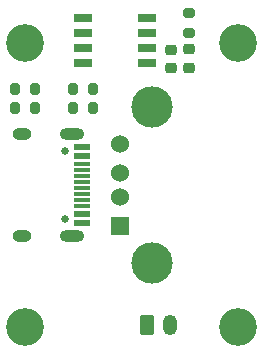
<source format=gbr>
%TF.GenerationSoftware,KiCad,Pcbnew,8.0.7*%
%TF.CreationDate,2025-01-19T22:37:32+01:00*%
%TF.ProjectId,USBPowerCut2,55534250-6f77-4657-9243-7574322e6b69,rev?*%
%TF.SameCoordinates,Original*%
%TF.FileFunction,Soldermask,Top*%
%TF.FilePolarity,Negative*%
%FSLAX46Y46*%
G04 Gerber Fmt 4.6, Leading zero omitted, Abs format (unit mm)*
G04 Created by KiCad (PCBNEW 8.0.7) date 2025-01-19 22:37:32*
%MOMM*%
%LPD*%
G01*
G04 APERTURE LIST*
G04 Aperture macros list*
%AMRoundRect*
0 Rectangle with rounded corners*
0 $1 Rounding radius*
0 $2 $3 $4 $5 $6 $7 $8 $9 X,Y pos of 4 corners*
0 Add a 4 corners polygon primitive as box body*
4,1,4,$2,$3,$4,$5,$6,$7,$8,$9,$2,$3,0*
0 Add four circle primitives for the rounded corners*
1,1,$1+$1,$2,$3*
1,1,$1+$1,$4,$5*
1,1,$1+$1,$6,$7*
1,1,$1+$1,$8,$9*
0 Add four rect primitives between the rounded corners*
20,1,$1+$1,$2,$3,$4,$5,0*
20,1,$1+$1,$4,$5,$6,$7,0*
20,1,$1+$1,$6,$7,$8,$9,0*
20,1,$1+$1,$8,$9,$2,$3,0*%
G04 Aperture macros list end*
%ADD10C,3.200000*%
%ADD11RoundRect,0.200000X0.200000X0.275000X-0.200000X0.275000X-0.200000X-0.275000X0.200000X-0.275000X0*%
%ADD12R,1.524000X1.524000*%
%ADD13C,1.524000*%
%ADD14C,3.500000*%
%ADD15RoundRect,0.250000X-0.350000X-0.625000X0.350000X-0.625000X0.350000X0.625000X-0.350000X0.625000X0*%
%ADD16O,1.200000X1.750000*%
%ADD17RoundRect,0.225000X0.250000X-0.225000X0.250000X0.225000X-0.250000X0.225000X-0.250000X-0.225000X0*%
%ADD18O,1.600000X1.000000*%
%ADD19O,2.100000X1.000000*%
%ADD20R,1.450000X0.600000*%
%ADD21R,1.450000X0.300000*%
%ADD22C,0.650000*%
%ADD23R,1.500000X0.650000*%
%ADD24RoundRect,0.200000X-0.200000X-0.275000X0.200000X-0.275000X0.200000X0.275000X-0.200000X0.275000X0*%
%ADD25RoundRect,0.200000X0.275000X-0.200000X0.275000X0.200000X-0.275000X0.200000X-0.275000X-0.200000X0*%
G04 APERTURE END LIST*
D10*
%TO.C,REF\u002A\u002A*%
X3500000Y-3500000D03*
%TD*%
%TO.C,REF\u002A\u002A*%
X3500000Y-27500000D03*
%TD*%
%TO.C,REF\u002A\u002A*%
X21500000Y-27500000D03*
%TD*%
%TO.C,REF\u002A\u002A*%
X21500000Y-3500000D03*
%TD*%
D11*
%TO.C,R3*%
X9225000Y-7400000D03*
X7575000Y-7400000D03*
%TD*%
D12*
%TO.C,J3*%
X11500000Y-19000000D03*
D13*
X11500000Y-16500000D03*
X11500000Y-14500000D03*
X11500000Y-12000000D03*
D14*
X14210000Y-22070000D03*
X14210000Y-8930000D03*
%TD*%
D11*
%TO.C,R2*%
X9225000Y-9000000D03*
X7575000Y-9000000D03*
%TD*%
D15*
%TO.C,J2*%
X13800000Y-27400000D03*
D16*
X15800000Y-27400000D03*
%TD*%
D17*
%TO.C,C2*%
X15850000Y-5600000D03*
X15850000Y-4050000D03*
%TD*%
D11*
%TO.C,R5*%
X2675000Y-7400000D03*
X4325000Y-7400000D03*
%TD*%
D17*
%TO.C,C1*%
X17350000Y-4025000D03*
X17350000Y-5575000D03*
%TD*%
D18*
%TO.C,J1*%
X3250000Y-19820000D03*
D19*
X7430000Y-19820000D03*
D18*
X3250000Y-11180000D03*
D19*
X7430000Y-11180000D03*
D20*
X8345000Y-12250000D03*
X8345000Y-13050000D03*
D21*
X8345000Y-13750000D03*
X8345000Y-14750000D03*
X8345000Y-16250000D03*
X8345000Y-17250000D03*
D20*
X8345000Y-17950000D03*
X8345000Y-18750000D03*
X8345000Y-18750000D03*
X8345000Y-17950000D03*
D21*
X8345000Y-16750000D03*
X8345000Y-15750000D03*
X8345000Y-15250000D03*
X8345000Y-14250000D03*
D20*
X8345000Y-13050000D03*
X8345000Y-12250000D03*
D22*
X6900000Y-18390000D03*
X6900000Y-12610000D03*
%TD*%
D23*
%TO.C,IC1*%
X8400000Y-5205000D03*
X8400000Y-3935000D03*
X8400000Y-2665000D03*
X8400000Y-1395000D03*
X13800000Y-1395000D03*
X13800000Y-2665000D03*
X13800000Y-3935000D03*
X13800000Y-5205000D03*
%TD*%
D24*
%TO.C,R1*%
X2675000Y-9000000D03*
X4325000Y-9000000D03*
%TD*%
D25*
%TO.C,R4*%
X17350000Y-2625000D03*
X17350000Y-975000D03*
%TD*%
M02*

</source>
